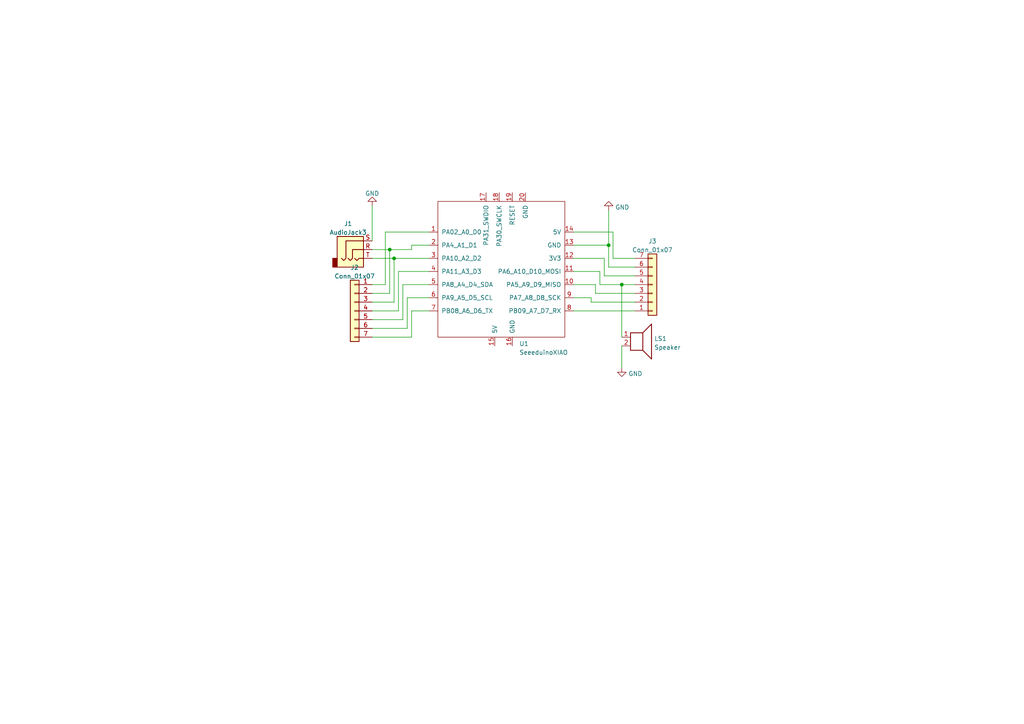
<source format=kicad_sch>
(kicad_sch (version 20231120) (generator "eeschema") (generator_version "8.0")
  (paper "A4")
  (lib_symbols
    (symbol "Connector:AudioJack3"
      (property "Reference" "J" (at 0 8.89 0))
      (property "Value" "AudioJack3" (at 0 6.35 0))
      (symbol "AudioJack3_0_1"
        (rectangle (start -5.08 -5.08) (end -6.35 -2.54) (stroke (width 0.254)) (fill (type outline)))
        (polyline (pts (xy 0 -2.54) (xy 0.635 -3.175) (xy 1.27 -2.54) (xy 2.54 -2.54)) (stroke (width 0.254)))
        (polyline (pts (xy -1.905 -2.54) (xy -1.27 -3.175) (xy -0.635 -2.54) (xy -0.635 0) (xy 2.54 0)) (stroke (width 0.254)))
        (polyline (pts (xy 2.54 2.54) (xy -2.54 2.54) (xy -2.54 -2.54) (xy -3.175 -3.175) (xy -3.81 -2.54)) (stroke (width 0.254)))
        (rectangle (start 2.54 3.81) (end -5.08 -5.08) (stroke (width 0.254)) (fill (type background)))
      )
      (symbol "AudioJack3_1_1"
        (pin passive line (at 5.08 0 180) (length 2.54) (name "~") (number "R"))
        (pin passive line (at 5.08 2.54 180) (length 2.54) (name "~") (number "S"))
        (pin passive line (at 5.08 -2.54 180) (length 2.54) (name "~") (number "T"))
      )
    )
    (symbol "Connector_Generic:Conn_01x07" (pin_names (offset 1.016) hide)
      (property "Reference" "J" (at 0 10.16 0))
      (property "Value" "Conn_01x07" (at 0 -10.16 0))
      (symbol "Conn_01x07_1_1"
        (rectangle (start -1.27 -7.493) (end 0 -7.747) (stroke (width 0.1524)))
        (rectangle (start -1.27 -4.953) (end 0 -5.207) (stroke (width 0.1524)))
        (rectangle (start -1.27 -2.413) (end 0 -2.667) (stroke (width 0.1524)))
        (rectangle (start -1.27 0.127) (end 0 -0.127) (stroke (width 0.1524)))
        (rectangle (start -1.27 2.667) (end 0 2.413) (stroke (width 0.1524)))
        (rectangle (start -1.27 5.207) (end 0 4.953) (stroke (width 0.1524)))
        (rectangle (start -1.27 7.747) (end 0 7.493) (stroke (width 0.1524)))
        (rectangle (start -1.27 8.89) (end 1.27 -8.89) (stroke (width 0.254)) (fill (type background)))
        (pin passive line (at -5.08 7.62 0) (length 3.81) (name "Pin_1") (number "1"))
        (pin passive line (at -5.08 5.08 0) (length 3.81) (name "Pin_2") (number "2"))
        (pin passive line (at -5.08 2.54 0) (length 3.81) (name "Pin_3") (number "3"))
        (pin passive line (at -5.08 0 0) (length 3.81) (name "Pin_4") (number "4"))
        (pin passive line (at -5.08 -2.54 0) (length 3.81) (name "Pin_5") (number "5"))
        (pin passive line (at -5.08 -5.08 0) (length 3.81) (name "Pin_6") (number "6"))
        (pin passive line (at -5.08 -7.62 0) (length 3.81) (name "Pin_7") (number "7"))
      )
    )
    (symbol "Device:Speaker" (pin_names (offset 0) hide)
      (property "Reference" "LS" (at 1.27 5.715 0))
      (property "Value" "Speaker" (at 1.27 3.81 0))
      (symbol "Speaker_0_0"
        (rectangle (start -2.54 1.27) (end 1.016 -3.81) (stroke (width 0.254)))
        (polyline (pts (xy 1.016 1.27) (xy 3.556 3.81) (xy 3.556 -6.35) (xy 1.016 -3.81)) (stroke (width 0.254)))
      )
      (symbol "Speaker_1_1"
        (pin input line (at -5.08 0 0) (length 2.54) (name "1") (number "1"))
        (pin input line (at -5.08 -2.54 0) (length 2.54) (name "2") (number "2"))
      )
    )
    (symbol "Seeeduino XIAO:SeeeduinoXIAO" (pin_names (offset 1.016))
      (property "Reference" "U" (at -19.05 22.86 0))
      (property "Value" "SeeeduinoXIAO" (at -12.7 21.59 0))
      (symbol "SeeeduinoXIAO_0_1"
        (rectangle (start -19.05 20.32) (end 17.78 -19.05))
      )
      (symbol "SeeeduinoXIAO_1_1"
        (pin unspecified line (at -21.59 11.43 0) (length 2.54) (name "PA02_A0_D0") (number "1"))
        (pin unspecified line (at 20.32 -3.81 180) (length 2.54) (name "PA5_A9_D9_MISO") (number "10"))
        (pin unspecified line (at 20.32 0 180) (length 2.54) (name "PA6_A10_D10_MOSI") (number "11"))
        (pin unspecified line (at 20.32 3.81 180) (length 2.54) (name "3V3") (number "12"))
        (pin unspecified line (at 20.32 7.62 180) (length 2.54) (name "GND") (number "13"))
        (pin unspecified line (at 20.32 11.43 180) (length 2.54) (name "5V") (number "14"))
        (pin input line (at -2.54 -21.59 90) (length 2.54) (name "5V") (number "15"))
        (pin input line (at 2.54 -21.59 90) (length 2.54) (name "GND") (number "16"))
        (pin input line (at -5.08 22.86 270) (length 2.54) (name "PA31_SWDIO") (number "17"))
        (pin input line (at -1.27 22.86 270) (length 2.54) (name "PA30_SWCLK") (number "18"))
        (pin input line (at 2.54 22.86 270) (length 2.54) (name "RESET") (number "19"))
        (pin unspecified line (at -21.59 7.62 0) (length 2.54) (name "PA4_A1_D1") (number "2"))
        (pin input line (at 6.35 22.86 270) (length 2.54) (name "GND") (number "20"))
        (pin unspecified line (at -21.59 3.81 0) (length 2.54) (name "PA10_A2_D2") (number "3"))
        (pin unspecified line (at -21.59 0 0) (length 2.54) (name "PA11_A3_D3") (number "4"))
        (pin unspecified line (at -21.59 -3.81 0) (length 2.54) (name "PA8_A4_D4_SDA") (number "5"))
        (pin unspecified line (at -21.59 -7.62 0) (length 2.54) (name "PA9_A5_D5_SCL") (number "6"))
        (pin unspecified line (at -21.59 -11.43 0) (length 2.54) (name "PB08_A6_D6_TX") (number "7"))
        (pin unspecified line (at 20.32 -11.43 180) (length 2.54) (name "PB09_A7_D7_RX") (number "8"))
        (pin unspecified line (at 20.32 -7.62 180) (length 2.54) (name "PA7_A8_D8_SCK") (number "9"))
      )
    )
    (symbol "power:GND" (power) (pin_names (offset 0))
      (property "Value" "GND" (at 0 -3.81 0))
      (symbol "GND_0_1"
        (polyline (pts (xy 0 0) (xy 0 -1.27) (xy 1.27 -1.27) (xy 0 -2.54) (xy -1.27 -1.27) (xy 0 -1.27)))
      )
      (symbol "GND_1_1"
        (pin power_in line (at 0 0 270) (length 0) hide (name "GND") (number "1"))
      )
    )
  )
  (junction (at 113.03 72.39))
  (junction (at 176.53 71.12))
  (junction (at 180.34 82.55))
  (junction (at 114.3 74.93))
  (wire (pts (xy 184.15 80.01) (xy 175.26 80.01)))
  (wire (pts (xy 166.37 82.55) (xy 172.72 82.55)))
  (wire (pts (xy 114.3 74.93) (xy 114.3 87.63)))
  (wire (pts (xy 111.76 82.55) (xy 111.76 67.31)))
  (wire (pts (xy 113.03 85.09) (xy 113.03 72.39)))
  (wire (pts (xy 171.45 87.63) (xy 184.15 87.63)))
  (wire (pts (xy 107.95 82.55) (xy 111.76 82.55)))
  (wire (pts (xy 176.53 71.12) (xy 176.53 77.47)))
  (wire (pts (xy 107.95 59.69) (xy 107.95 69.85)))
  (wire (pts (xy 119.38 97.79) (xy 107.95 97.79)))
  (wire (pts (xy 116.84 82.55) (xy 116.84 92.71)))
  (wire (pts (xy 166.37 71.12) (xy 176.53 71.12)))
  (wire (pts (xy 177.8 67.31) (xy 166.37 67.31)))
  (wire (pts (xy 184.15 74.93) (xy 177.8 74.93)))
  (wire (pts (xy 119.38 71.12) (xy 119.38 72.39)))
  (wire (pts (xy 171.45 86.36) (xy 171.45 87.63)))
  (wire (pts (xy 173.99 82.55) (xy 180.34 82.55)))
  (wire (pts (xy 180.34 82.55) (xy 180.34 97.79)))
  (wire (pts (xy 172.72 85.09) (xy 184.15 85.09)))
  (wire (pts (xy 166.37 78.74) (xy 173.99 78.74)))
  (wire (pts (xy 124.46 82.55) (xy 116.84 82.55)))
  (wire (pts (xy 176.53 77.47) (xy 184.15 77.47)))
  (wire (pts (xy 107.95 85.09) (xy 113.03 85.09)))
  (wire (pts (xy 124.46 71.12) (xy 119.38 71.12)))
  (wire (pts (xy 119.38 90.17) (xy 124.46 90.17)))
  (wire (pts (xy 107.95 95.25) (xy 118.11 95.25)))
  (wire (pts (xy 118.11 86.36) (xy 124.46 86.36)))
  (wire (pts (xy 115.57 78.74) (xy 124.46 78.74)))
  (wire (pts (xy 116.84 92.71) (xy 107.95 92.71)))
  (wire (pts (xy 177.8 74.93) (xy 177.8 67.31)))
  (wire (pts (xy 173.99 78.74) (xy 173.99 82.55)))
  (wire (pts (xy 175.26 74.93) (xy 166.37 74.93)))
  (wire (pts (xy 176.53 60.96) (xy 176.53 71.12)))
  (wire (pts (xy 115.57 90.17) (xy 115.57 78.74)))
  (wire (pts (xy 107.95 90.17) (xy 115.57 90.17)))
  (wire (pts (xy 180.34 100.33) (xy 180.34 106.68)))
  (wire (pts (xy 119.38 90.17) (xy 119.38 97.79)))
  (wire (pts (xy 107.95 74.93) (xy 114.3 74.93)))
  (wire (pts (xy 119.38 72.39) (xy 113.03 72.39)))
  (wire (pts (xy 118.11 95.25) (xy 118.11 86.36)))
  (wire (pts (xy 107.95 87.63) (xy 114.3 87.63)))
  (wire (pts (xy 113.03 72.39) (xy 107.95 72.39)))
  (wire (pts (xy 166.37 86.36) (xy 171.45 86.36)))
  (wire (pts (xy 180.34 82.55) (xy 184.15 82.55)))
  (wire (pts (xy 114.3 74.93) (xy 124.46 74.93)))
  (wire (pts (xy 111.76 67.31) (xy 124.46 67.31)))
  (wire (pts (xy 166.37 90.17) (xy 184.15 90.17)))
  (wire (pts (xy 175.26 80.01) (xy 175.26 74.93)))
  (wire (pts (xy 172.72 82.55) (xy 172.72 85.09)))
  (symbol (lib_id "Seeeduino XIAO:SeeeduinoXIAO") (at 146.05 78.74 0) (unit 1)
    (property "Reference" "U1" (at 150.6094 99.6934 0) (effects (justify left)))
    (property "Value" "SeeeduinoXIAO" (at 150.6094 102.2303 0) (effects (justify left)))
    (property "Footprint" "Seeeduino XIAO:Seeeduino XIAO Sides Only" (effects (hide yes)))
  )
  (symbol (lib_id "power:GND") (at 107.95 59.69 180) (unit 1)
    (property "Reference" "#PWR0104" (effects (hide yes)))
    (property "Value" "GND" (at 107.95 56.1142 0))
  )
  (symbol (lib_id "Connector:AudioJack3") (at 102.87 72.39 0) (unit 1)
    (property "Reference" "J1" (at 100.965 64.8802 0))
    (property "Value" "AudioJack3" (at 100.965 67.4171 0))
    (property "Footprint" "Connector_Audio:Jack_3.5mm_CUI_SJ1-3525N_Horizontal" (effects (hide yes)))
  )
  (symbol (lib_id "Connector_Generic:Conn_01x07") (at 189.23 82.55 0) (mirror x) (unit 1)
    (property "Reference" "J3" (at 189.23 69.9602 0))
    (property "Value" "Conn_01x07" (at 189.23 72.4971 0))
    (property "Footprint" "Connector_PinSocket_2.54mm:PinSocket_1x07_P2.54mm_Vertical" (effects (hide yes)))
  )
  (symbol (lib_id "Device:Speaker") (at 185.42 97.79 0) (unit 1)
    (property "Reference" "LS1" (at 189.738 98.2253 0) (effects (justify left)))
    (property "Value" "Speaker" (at 189.738 100.7622 0) (effects (justify left)))
    (property "Footprint" "Connector_PinSocket_2.54mm:PinSocket_1x02_P2.54mm_Vertical" (effects (hide yes)))
  )
  (symbol (lib_id "Connector_Generic:Conn_01x07") (at 102.87 90.17 0) (mirror y) (unit 1)
    (property "Reference" "J2" (at 102.87 77.5802 0))
    (property "Value" "Conn_01x07" (at 102.87 80.1171 0))
    (property "Footprint" "Connector_PinSocket_2.54mm:PinSocket_1x07_P2.54mm_Vertical" (effects (hide yes)))
  )
  (symbol (lib_id "power:GND") (at 180.34 106.68 0) (unit 1)
    (property "Reference" "#PWR0102" (effects (hide yes)))
    (property "Value" "GND" (at 182.245 108.3838 0) (effects (justify left)))
  )
  (symbol (lib_id "power:GND") (at 176.53 60.96 180) (unit 1)
    (property "Reference" "#PWR0101" (effects (hide yes)))
    (property "Value" "GND" (at 178.435 60.1238 0) (effects (justify right)))
  )
)
</source>
